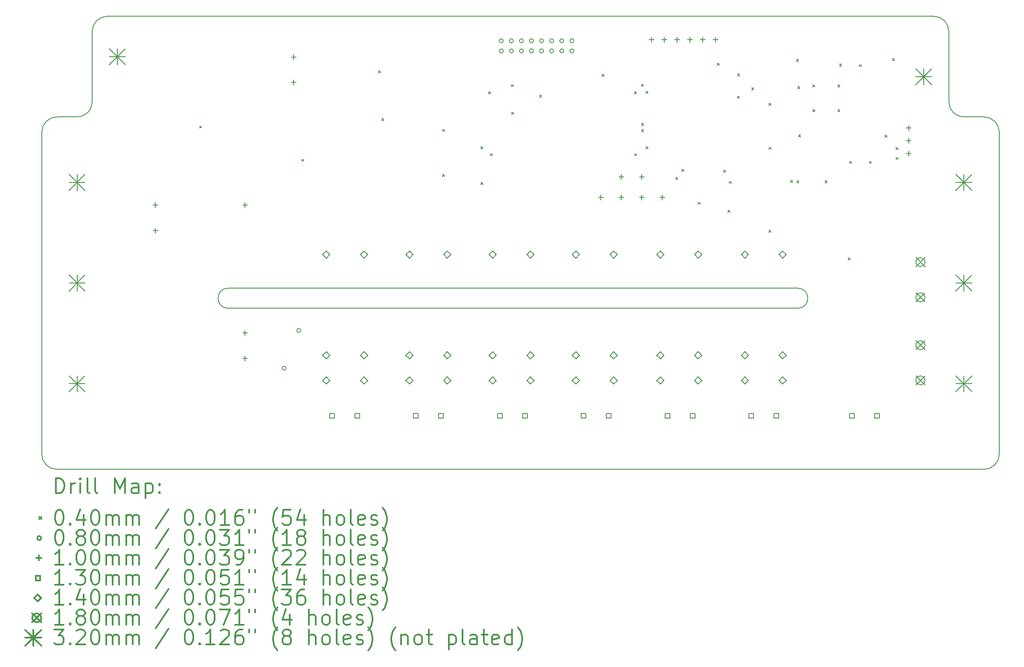
<source format=gbr>
%FSLAX45Y45*%
G04 Gerber Fmt 4.5, Leading zero omitted, Abs format (unit mm)*
G04 Created by KiCad (PCBNEW (6.0.0-rc1-dev-904-g29e0e6921)) date 17/11/2018 01:03:44*
%MOMM*%
%LPD*%
G01*
G04 APERTURE LIST*
%ADD10C,0.200000*%
%ADD11C,0.300000*%
G04 APERTURE END LIST*
D10*
X24300000Y-11900000D02*
G75*
G02X24000000Y-12200000I-300000J0D01*
G01*
X5600000Y-12200000D02*
G75*
G02X5300000Y-11900000I0J300000D01*
G01*
X5300000Y-5500000D02*
G75*
G02X5600000Y-5200000I300000J0D01*
G01*
X6300000Y-4900000D02*
G75*
G02X6000000Y-5200000I-300000J0D01*
G01*
X24000000Y-5200000D02*
G75*
G02X24300000Y-5500000I0J-300000D01*
G01*
X23600000Y-5200000D02*
G75*
G02X23300000Y-4900000I0J300000D01*
G01*
X23000000Y-3200000D02*
G75*
G02X23300000Y-3500000I0J-300000D01*
G01*
X6300000Y-3500000D02*
G75*
G02X6600000Y-3200000I300000J0D01*
G01*
X6600000Y-3200000D02*
X23000000Y-3200000D01*
X23600000Y-5200000D02*
X24000000Y-5200000D01*
X23300000Y-3500000D02*
X23300000Y-4900000D01*
X6000000Y-5200000D02*
X5600000Y-5200000D01*
X6300000Y-3500000D02*
X6300000Y-4900000D01*
X5600000Y-12200000D02*
X24000000Y-12200000D01*
X24300000Y-11900000D02*
X24300000Y-5500000D01*
X9000000Y-9000000D02*
G75*
G02X9000000Y-8600000I0J200000D01*
G01*
X20300000Y-8600000D02*
G75*
G02X20300000Y-9000000I0J-200000D01*
G01*
X20300000Y-8600000D02*
X9000000Y-8600000D01*
X9000000Y-9000000D02*
X20300000Y-9000000D01*
X5300000Y-5500000D02*
X5300000Y-11900000D01*
D10*
X8430000Y-5380000D02*
X8470000Y-5420000D01*
X8470000Y-5380000D02*
X8430000Y-5420000D01*
X10457400Y-6040000D02*
X10497400Y-6080000D01*
X10497400Y-6040000D02*
X10457400Y-6080000D01*
X11980000Y-4280000D02*
X12020000Y-4320000D01*
X12020000Y-4280000D02*
X11980000Y-4320000D01*
X12044900Y-5231601D02*
X12084900Y-5271601D01*
X12084900Y-5231601D02*
X12044900Y-5271601D01*
X13251400Y-5446100D02*
X13291400Y-5486100D01*
X13291400Y-5446100D02*
X13251400Y-5486100D01*
X13251400Y-6338500D02*
X13291400Y-6378500D01*
X13291400Y-6338500D02*
X13251400Y-6378500D01*
X14013400Y-5789000D02*
X14053400Y-5829000D01*
X14053400Y-5789000D02*
X14013400Y-5829000D01*
X14013400Y-6499100D02*
X14053400Y-6539100D01*
X14053400Y-6499100D02*
X14013400Y-6539100D01*
X14165800Y-4696800D02*
X14205800Y-4736800D01*
X14205800Y-4696800D02*
X14165800Y-4736800D01*
X14203055Y-5928700D02*
X14243055Y-5968700D01*
X14243055Y-5928700D02*
X14203055Y-5968700D01*
X14616650Y-4557100D02*
X14656650Y-4597100D01*
X14656650Y-4557100D02*
X14616650Y-4597100D01*
X14623000Y-5103200D02*
X14663000Y-5143200D01*
X14663000Y-5103200D02*
X14623000Y-5143200D01*
X15178749Y-4763351D02*
X15218749Y-4803351D01*
X15218749Y-4763351D02*
X15178749Y-4803351D01*
X16420400Y-4347900D02*
X16460400Y-4387900D01*
X16460400Y-4347900D02*
X16420400Y-4387900D01*
X17061394Y-4696800D02*
X17101394Y-4736800D01*
X17101394Y-4696800D02*
X17061394Y-4736800D01*
X17061400Y-5928699D02*
X17101400Y-5968699D01*
X17101400Y-5928699D02*
X17061400Y-5968699D01*
X17201100Y-4549779D02*
X17241100Y-4589779D01*
X17241100Y-4549779D02*
X17201100Y-4589779D01*
X17201100Y-5325900D02*
X17241100Y-5365900D01*
X17241100Y-5325900D02*
X17201100Y-5365900D01*
X17201101Y-5452900D02*
X17241101Y-5492900D01*
X17241101Y-5452900D02*
X17201101Y-5492900D01*
X17290000Y-4690450D02*
X17330000Y-4730450D01*
X17330000Y-4690450D02*
X17290000Y-4730450D01*
X17290000Y-5792656D02*
X17330000Y-5832656D01*
X17330000Y-5792656D02*
X17290000Y-5832656D01*
X17880000Y-6400000D02*
X17920000Y-6440000D01*
X17920000Y-6400000D02*
X17880000Y-6440000D01*
X18000340Y-6239850D02*
X18040340Y-6279850D01*
X18040340Y-6239850D02*
X18000340Y-6279850D01*
X18000340Y-6239850D02*
X18040340Y-6279850D01*
X18040340Y-6239850D02*
X18000340Y-6279850D01*
X18325050Y-6893900D02*
X18365050Y-6933900D01*
X18365050Y-6893900D02*
X18325050Y-6933900D01*
X18707621Y-4130000D02*
X18747621Y-4170000D01*
X18747621Y-4130000D02*
X18707621Y-4170000D01*
X18830000Y-6255000D02*
X18870000Y-6295000D01*
X18870000Y-6255000D02*
X18830000Y-6295000D01*
X18915600Y-7052650D02*
X18955600Y-7092650D01*
X18955600Y-7052650D02*
X18915600Y-7092650D01*
X18940000Y-6480000D02*
X18980000Y-6520000D01*
X18980000Y-6480000D02*
X18940000Y-6520000D01*
X19106100Y-4341200D02*
X19146100Y-4381200D01*
X19146100Y-4341200D02*
X19106100Y-4381200D01*
X19106100Y-4785700D02*
X19146100Y-4825700D01*
X19146100Y-4785700D02*
X19106100Y-4825700D01*
X19385500Y-4620601D02*
X19425500Y-4660601D01*
X19425500Y-4620601D02*
X19385500Y-4660601D01*
X19728399Y-5801700D02*
X19768399Y-5841700D01*
X19768399Y-5801700D02*
X19728399Y-5841700D01*
X19728400Y-4925400D02*
X19768400Y-4965400D01*
X19768400Y-4925400D02*
X19728400Y-4965400D01*
X19730000Y-7452113D02*
X19770000Y-7492113D01*
X19770000Y-7452113D02*
X19730000Y-7492113D01*
X20160000Y-6460000D02*
X20200000Y-6500000D01*
X20200000Y-6460000D02*
X20160000Y-6500000D01*
X20276266Y-4051941D02*
X20316266Y-4091941D01*
X20316266Y-4051941D02*
X20276266Y-4091941D01*
X20283300Y-6466100D02*
X20323300Y-6506100D01*
X20323300Y-6466100D02*
X20283300Y-6506100D01*
X20299900Y-4595200D02*
X20339900Y-4635200D01*
X20339900Y-4595200D02*
X20299900Y-4635200D01*
X20318200Y-5552000D02*
X20358200Y-5592000D01*
X20358200Y-5552000D02*
X20318200Y-5592000D01*
X20600800Y-4561100D02*
X20640800Y-4601100D01*
X20640800Y-4561100D02*
X20600800Y-4601100D01*
X20600800Y-5056400D02*
X20640800Y-5096400D01*
X20640800Y-5056400D02*
X20600800Y-5096400D01*
X20842100Y-6468450D02*
X20882100Y-6508450D01*
X20882100Y-6468450D02*
X20842100Y-6508450D01*
X21096100Y-4561100D02*
X21136100Y-4601100D01*
X21136100Y-4561100D02*
X21096100Y-4601100D01*
X21096100Y-5056400D02*
X21136100Y-5096400D01*
X21136100Y-5056400D02*
X21096100Y-5096400D01*
X21130000Y-4150000D02*
X21170000Y-4190000D01*
X21170000Y-4150000D02*
X21130000Y-4190000D01*
X21303498Y-7998800D02*
X21343498Y-8038800D01*
X21343498Y-7998800D02*
X21303498Y-8038800D01*
X21328600Y-6081100D02*
X21368600Y-6121100D01*
X21368600Y-6081100D02*
X21328600Y-6121100D01*
X21523535Y-4160482D02*
X21563535Y-4200482D01*
X21563535Y-4160482D02*
X21523535Y-4200482D01*
X21722300Y-6081100D02*
X21762300Y-6121100D01*
X21762300Y-6081100D02*
X21722300Y-6121100D01*
X22030000Y-5564000D02*
X22070000Y-5604000D01*
X22070000Y-5564000D02*
X22030000Y-5604000D01*
X22180000Y-4040000D02*
X22220000Y-4080000D01*
X22220000Y-4040000D02*
X22180000Y-4080000D01*
X22255000Y-5804998D02*
X22295000Y-5844998D01*
X22295000Y-5804998D02*
X22255000Y-5844998D01*
X22255000Y-6005001D02*
X22295000Y-6045001D01*
X22295000Y-6005001D02*
X22255000Y-6045001D01*
X14458200Y-3687300D02*
G75*
G03X14458200Y-3687300I-40000J0D01*
G01*
X14458200Y-3887300D02*
G75*
G03X14458200Y-3887300I-40000J0D01*
G01*
X14658200Y-3687300D02*
G75*
G03X14658200Y-3687300I-40000J0D01*
G01*
X14658200Y-3887300D02*
G75*
G03X14658200Y-3887300I-40000J0D01*
G01*
X14858200Y-3687300D02*
G75*
G03X14858200Y-3687300I-40000J0D01*
G01*
X14858200Y-3887300D02*
G75*
G03X14858200Y-3887300I-40000J0D01*
G01*
X15058200Y-3687300D02*
G75*
G03X15058200Y-3687300I-40000J0D01*
G01*
X15058200Y-3887300D02*
G75*
G03X15058200Y-3887300I-40000J0D01*
G01*
X15258200Y-3687300D02*
G75*
G03X15258200Y-3687300I-40000J0D01*
G01*
X15258200Y-3887300D02*
G75*
G03X15258200Y-3887300I-40000J0D01*
G01*
X15458200Y-3687300D02*
G75*
G03X15458200Y-3687300I-40000J0D01*
G01*
X15458200Y-3887300D02*
G75*
G03X15458200Y-3887300I-40000J0D01*
G01*
X15658200Y-3687300D02*
G75*
G03X15658200Y-3687300I-40000J0D01*
G01*
X15658200Y-3887300D02*
G75*
G03X15658200Y-3887300I-40000J0D01*
G01*
X15858200Y-3687300D02*
G75*
G03X15858200Y-3687300I-40000J0D01*
G01*
X15858200Y-3887300D02*
G75*
G03X15858200Y-3887300I-40000J0D01*
G01*
X10150000Y-10190600D02*
G75*
G03X10150000Y-10190600I-40000J0D01*
G01*
X10440000Y-9440600D02*
G75*
G03X10440000Y-9440600I-40000J0D01*
G01*
X17614800Y-6748500D02*
X17614800Y-6848500D01*
X17564800Y-6798500D02*
X17664800Y-6798500D01*
X17208400Y-6749600D02*
X17208400Y-6849600D01*
X17158400Y-6799600D02*
X17258400Y-6799600D01*
X22500920Y-5366100D02*
X22500920Y-5466100D01*
X22450920Y-5416100D02*
X22550920Y-5416100D01*
X22500920Y-5620100D02*
X22500920Y-5720100D01*
X22450920Y-5670100D02*
X22550920Y-5670100D01*
X22500920Y-5874100D02*
X22500920Y-5974100D01*
X22450920Y-5924100D02*
X22550920Y-5924100D01*
X17398900Y-3612700D02*
X17398900Y-3712700D01*
X17348900Y-3662700D02*
X17448900Y-3662700D01*
X17652900Y-3612700D02*
X17652900Y-3712700D01*
X17602900Y-3662700D02*
X17702900Y-3662700D01*
X17906900Y-3612700D02*
X17906900Y-3712700D01*
X17856900Y-3662700D02*
X17956900Y-3662700D01*
X18160900Y-3612700D02*
X18160900Y-3712700D01*
X18110900Y-3662700D02*
X18210900Y-3662700D01*
X18414900Y-3612700D02*
X18414900Y-3712700D01*
X18364900Y-3662700D02*
X18464900Y-3662700D01*
X18668900Y-3612700D02*
X18668900Y-3712700D01*
X18618900Y-3662700D02*
X18718900Y-3662700D01*
X10299600Y-3963600D02*
X10299600Y-4063600D01*
X10249600Y-4013600D02*
X10349600Y-4013600D01*
X10299600Y-4463600D02*
X10299600Y-4563600D01*
X10249600Y-4513600D02*
X10349600Y-4513600D01*
X17208400Y-6343200D02*
X17208400Y-6443200D01*
X17158400Y-6393200D02*
X17258400Y-6393200D01*
X16395600Y-6749600D02*
X16395600Y-6849600D01*
X16345600Y-6799600D02*
X16445600Y-6799600D01*
X16802000Y-6343200D02*
X16802000Y-6443200D01*
X16752000Y-6393200D02*
X16852000Y-6393200D01*
X16802000Y-6749600D02*
X16802000Y-6849600D01*
X16752000Y-6799600D02*
X16852000Y-6799600D01*
X7556400Y-6902000D02*
X7556400Y-7002000D01*
X7506400Y-6952000D02*
X7606400Y-6952000D01*
X7556400Y-7410000D02*
X7556400Y-7510000D01*
X7506400Y-7460000D02*
X7606400Y-7460000D01*
X9334400Y-6902000D02*
X9334400Y-7002000D01*
X9284400Y-6952000D02*
X9384400Y-6952000D01*
X9334400Y-9442000D02*
X9334400Y-9542000D01*
X9284400Y-9492000D02*
X9384400Y-9492000D01*
X9334400Y-9950000D02*
X9334400Y-10050000D01*
X9284400Y-10000000D02*
X9384400Y-10000000D01*
X17761762Y-11179462D02*
X17761762Y-11087538D01*
X17669838Y-11087538D01*
X17669838Y-11179462D01*
X17761762Y-11179462D01*
X18261762Y-11179462D02*
X18261762Y-11087538D01*
X18169838Y-11087538D01*
X18169838Y-11179462D01*
X18261762Y-11179462D01*
X14434362Y-11179462D02*
X14434362Y-11087538D01*
X14342438Y-11087538D01*
X14342438Y-11179462D01*
X14434362Y-11179462D01*
X14934362Y-11179462D02*
X14934362Y-11087538D01*
X14842438Y-11087538D01*
X14842438Y-11179462D01*
X14934362Y-11179462D01*
X19425462Y-11179462D02*
X19425462Y-11087538D01*
X19333538Y-11087538D01*
X19333538Y-11179462D01*
X19425462Y-11179462D01*
X19925462Y-11179462D02*
X19925462Y-11087538D01*
X19833538Y-11087538D01*
X19833538Y-11179462D01*
X19925462Y-11179462D01*
X16098062Y-11179462D02*
X16098062Y-11087538D01*
X16006138Y-11087538D01*
X16006138Y-11179462D01*
X16098062Y-11179462D01*
X16598062Y-11179462D02*
X16598062Y-11087538D01*
X16506138Y-11087538D01*
X16506138Y-11179462D01*
X16598062Y-11179462D01*
X12770662Y-11179462D02*
X12770662Y-11087538D01*
X12678738Y-11087538D01*
X12678738Y-11179462D01*
X12770662Y-11179462D01*
X13270662Y-11179462D02*
X13270662Y-11087538D01*
X13178738Y-11087538D01*
X13178738Y-11179462D01*
X13270662Y-11179462D01*
X21420262Y-11179462D02*
X21420262Y-11087538D01*
X21328338Y-11087538D01*
X21328338Y-11179462D01*
X21420262Y-11179462D01*
X21920262Y-11179462D02*
X21920262Y-11087538D01*
X21828338Y-11087538D01*
X21828338Y-11179462D01*
X21920262Y-11179462D01*
X11106962Y-11179462D02*
X11106962Y-11087538D01*
X11015038Y-11087538D01*
X11015038Y-11179462D01*
X11106962Y-11179462D01*
X11606962Y-11179462D02*
X11606962Y-11087538D01*
X11515038Y-11087538D01*
X11515038Y-11179462D01*
X11606962Y-11179462D01*
X12597000Y-8005000D02*
X12667000Y-7935000D01*
X12597000Y-7865000D01*
X12527000Y-7935000D01*
X12597000Y-8005000D01*
X12597000Y-10005000D02*
X12667000Y-9935000D01*
X12597000Y-9865000D01*
X12527000Y-9935000D01*
X12597000Y-10005000D01*
X12597000Y-10505000D02*
X12667000Y-10435000D01*
X12597000Y-10365000D01*
X12527000Y-10435000D01*
X12597000Y-10505000D01*
X13347000Y-8005000D02*
X13417000Y-7935000D01*
X13347000Y-7865000D01*
X13277000Y-7935000D01*
X13347000Y-8005000D01*
X13347000Y-10005000D02*
X13417000Y-9935000D01*
X13347000Y-9865000D01*
X13277000Y-9935000D01*
X13347000Y-10005000D01*
X13347000Y-10505000D02*
X13417000Y-10435000D01*
X13347000Y-10365000D01*
X13277000Y-10435000D01*
X13347000Y-10505000D01*
X10946000Y-8005000D02*
X11016000Y-7935000D01*
X10946000Y-7865000D01*
X10876000Y-7935000D01*
X10946000Y-8005000D01*
X10946000Y-10005000D02*
X11016000Y-9935000D01*
X10946000Y-9865000D01*
X10876000Y-9935000D01*
X10946000Y-10005000D01*
X10946000Y-10505000D02*
X11016000Y-10435000D01*
X10946000Y-10365000D01*
X10876000Y-10435000D01*
X10946000Y-10505000D01*
X11696000Y-8005000D02*
X11766000Y-7935000D01*
X11696000Y-7865000D01*
X11626000Y-7935000D01*
X11696000Y-8005000D01*
X11696000Y-10005000D02*
X11766000Y-9935000D01*
X11696000Y-9865000D01*
X11626000Y-9935000D01*
X11696000Y-10005000D01*
X11696000Y-10505000D02*
X11766000Y-10435000D01*
X11696000Y-10365000D01*
X11626000Y-10435000D01*
X11696000Y-10505000D01*
X14248000Y-8005000D02*
X14318000Y-7935000D01*
X14248000Y-7865000D01*
X14178000Y-7935000D01*
X14248000Y-8005000D01*
X14248000Y-10005000D02*
X14318000Y-9935000D01*
X14248000Y-9865000D01*
X14178000Y-9935000D01*
X14248000Y-10005000D01*
X14248000Y-10505000D02*
X14318000Y-10435000D01*
X14248000Y-10365000D01*
X14178000Y-10435000D01*
X14248000Y-10505000D01*
X14998000Y-8005000D02*
X15068000Y-7935000D01*
X14998000Y-7865000D01*
X14928000Y-7935000D01*
X14998000Y-8005000D01*
X14998000Y-10005000D02*
X15068000Y-9935000D01*
X14998000Y-9865000D01*
X14928000Y-9935000D01*
X14998000Y-10005000D01*
X14998000Y-10505000D02*
X15068000Y-10435000D01*
X14998000Y-10365000D01*
X14928000Y-10435000D01*
X14998000Y-10505000D01*
X19252500Y-8005000D02*
X19322500Y-7935000D01*
X19252500Y-7865000D01*
X19182500Y-7935000D01*
X19252500Y-8005000D01*
X19252500Y-10005000D02*
X19322500Y-9935000D01*
X19252500Y-9865000D01*
X19182500Y-9935000D01*
X19252500Y-10005000D01*
X19252500Y-10505000D02*
X19322500Y-10435000D01*
X19252500Y-10365000D01*
X19182500Y-10435000D01*
X19252500Y-10505000D01*
X20002500Y-8005000D02*
X20072500Y-7935000D01*
X20002500Y-7865000D01*
X19932500Y-7935000D01*
X20002500Y-8005000D01*
X20002500Y-10005000D02*
X20072500Y-9935000D01*
X20002500Y-9865000D01*
X19932500Y-9935000D01*
X20002500Y-10005000D01*
X20002500Y-10505000D02*
X20072500Y-10435000D01*
X20002500Y-10365000D01*
X19932500Y-10435000D01*
X20002500Y-10505000D01*
X17575400Y-8005000D02*
X17645400Y-7935000D01*
X17575400Y-7865000D01*
X17505400Y-7935000D01*
X17575400Y-8005000D01*
X17575400Y-10005000D02*
X17645400Y-9935000D01*
X17575400Y-9865000D01*
X17505400Y-9935000D01*
X17575400Y-10005000D01*
X17575400Y-10505000D02*
X17645400Y-10435000D01*
X17575400Y-10365000D01*
X17505400Y-10435000D01*
X17575400Y-10505000D01*
X18325400Y-8005000D02*
X18395400Y-7935000D01*
X18325400Y-7865000D01*
X18255400Y-7935000D01*
X18325400Y-8005000D01*
X18325400Y-10005000D02*
X18395400Y-9935000D01*
X18325400Y-9865000D01*
X18255400Y-9935000D01*
X18325400Y-10005000D01*
X18325400Y-10505000D02*
X18395400Y-10435000D01*
X18325400Y-10365000D01*
X18255400Y-10435000D01*
X18325400Y-10505000D01*
X15899000Y-8005000D02*
X15969000Y-7935000D01*
X15899000Y-7865000D01*
X15829000Y-7935000D01*
X15899000Y-8005000D01*
X15899000Y-10005000D02*
X15969000Y-9935000D01*
X15899000Y-9865000D01*
X15829000Y-9935000D01*
X15899000Y-10005000D01*
X15899000Y-10505000D02*
X15969000Y-10435000D01*
X15899000Y-10365000D01*
X15829000Y-10435000D01*
X15899000Y-10505000D01*
X16649000Y-8005000D02*
X16719000Y-7935000D01*
X16649000Y-7865000D01*
X16579000Y-7935000D01*
X16649000Y-8005000D01*
X16649000Y-10005000D02*
X16719000Y-9935000D01*
X16649000Y-9865000D01*
X16579000Y-9935000D01*
X16649000Y-10005000D01*
X16649000Y-10505000D02*
X16719000Y-10435000D01*
X16649000Y-10365000D01*
X16579000Y-10435000D01*
X16649000Y-10505000D01*
X22645440Y-7992720D02*
X22825440Y-8172720D01*
X22825440Y-7992720D02*
X22645440Y-8172720D01*
X22825440Y-8082720D02*
G75*
G03X22825440Y-8082720I-90000J0D01*
G01*
X22645440Y-8692720D02*
X22825440Y-8872720D01*
X22825440Y-8692720D02*
X22645440Y-8872720D01*
X22825440Y-8782720D02*
G75*
G03X22825440Y-8782720I-90000J0D01*
G01*
X22645440Y-9642720D02*
X22825440Y-9822720D01*
X22825440Y-9642720D02*
X22645440Y-9822720D01*
X22825440Y-9732720D02*
G75*
G03X22825440Y-9732720I-90000J0D01*
G01*
X22645440Y-10342720D02*
X22825440Y-10522720D01*
X22825440Y-10342720D02*
X22645440Y-10522720D01*
X22825440Y-10432720D02*
G75*
G03X22825440Y-10432720I-90000J0D01*
G01*
X5840000Y-10340000D02*
X6160000Y-10660000D01*
X6160000Y-10340000D02*
X5840000Y-10660000D01*
X6000000Y-10340000D02*
X6000000Y-10660000D01*
X5840000Y-10500000D02*
X6160000Y-10500000D01*
X23440000Y-8340000D02*
X23760000Y-8660000D01*
X23760000Y-8340000D02*
X23440000Y-8660000D01*
X23600000Y-8340000D02*
X23600000Y-8660000D01*
X23440000Y-8500000D02*
X23760000Y-8500000D01*
X22640000Y-4240000D02*
X22960000Y-4560000D01*
X22960000Y-4240000D02*
X22640000Y-4560000D01*
X22800000Y-4240000D02*
X22800000Y-4560000D01*
X22640000Y-4400000D02*
X22960000Y-4400000D01*
X6640000Y-3840000D02*
X6960000Y-4160000D01*
X6960000Y-3840000D02*
X6640000Y-4160000D01*
X6800000Y-3840000D02*
X6800000Y-4160000D01*
X6640000Y-4000000D02*
X6960000Y-4000000D01*
X5840000Y-8340000D02*
X6160000Y-8660000D01*
X6160000Y-8340000D02*
X5840000Y-8660000D01*
X6000000Y-8340000D02*
X6000000Y-8660000D01*
X5840000Y-8500000D02*
X6160000Y-8500000D01*
X5840000Y-6340000D02*
X6160000Y-6660000D01*
X6160000Y-6340000D02*
X5840000Y-6660000D01*
X6000000Y-6340000D02*
X6000000Y-6660000D01*
X5840000Y-6500000D02*
X6160000Y-6500000D01*
X23440000Y-6340000D02*
X23760000Y-6660000D01*
X23760000Y-6340000D02*
X23440000Y-6660000D01*
X23600000Y-6340000D02*
X23600000Y-6660000D01*
X23440000Y-6500000D02*
X23760000Y-6500000D01*
X23440000Y-10340000D02*
X23760000Y-10660000D01*
X23760000Y-10340000D02*
X23440000Y-10660000D01*
X23600000Y-10340000D02*
X23600000Y-10660000D01*
X23440000Y-10500000D02*
X23760000Y-10500000D01*
D11*
X5576428Y-12675714D02*
X5576428Y-12375714D01*
X5647857Y-12375714D01*
X5690714Y-12390000D01*
X5719286Y-12418571D01*
X5733571Y-12447143D01*
X5747857Y-12504286D01*
X5747857Y-12547143D01*
X5733571Y-12604286D01*
X5719286Y-12632857D01*
X5690714Y-12661429D01*
X5647857Y-12675714D01*
X5576428Y-12675714D01*
X5876428Y-12675714D02*
X5876428Y-12475714D01*
X5876428Y-12532857D02*
X5890714Y-12504286D01*
X5905000Y-12490000D01*
X5933571Y-12475714D01*
X5962143Y-12475714D01*
X6062143Y-12675714D02*
X6062143Y-12475714D01*
X6062143Y-12375714D02*
X6047857Y-12390000D01*
X6062143Y-12404286D01*
X6076428Y-12390000D01*
X6062143Y-12375714D01*
X6062143Y-12404286D01*
X6247857Y-12675714D02*
X6219286Y-12661429D01*
X6205000Y-12632857D01*
X6205000Y-12375714D01*
X6405000Y-12675714D02*
X6376428Y-12661429D01*
X6362143Y-12632857D01*
X6362143Y-12375714D01*
X6747857Y-12675714D02*
X6747857Y-12375714D01*
X6847857Y-12590000D01*
X6947857Y-12375714D01*
X6947857Y-12675714D01*
X7219286Y-12675714D02*
X7219286Y-12518571D01*
X7205000Y-12490000D01*
X7176428Y-12475714D01*
X7119286Y-12475714D01*
X7090714Y-12490000D01*
X7219286Y-12661429D02*
X7190714Y-12675714D01*
X7119286Y-12675714D01*
X7090714Y-12661429D01*
X7076428Y-12632857D01*
X7076428Y-12604286D01*
X7090714Y-12575714D01*
X7119286Y-12561429D01*
X7190714Y-12561429D01*
X7219286Y-12547143D01*
X7362143Y-12475714D02*
X7362143Y-12775714D01*
X7362143Y-12490000D02*
X7390714Y-12475714D01*
X7447857Y-12475714D01*
X7476428Y-12490000D01*
X7490714Y-12504286D01*
X7505000Y-12532857D01*
X7505000Y-12618571D01*
X7490714Y-12647143D01*
X7476428Y-12661429D01*
X7447857Y-12675714D01*
X7390714Y-12675714D01*
X7362143Y-12661429D01*
X7633571Y-12647143D02*
X7647857Y-12661429D01*
X7633571Y-12675714D01*
X7619286Y-12661429D01*
X7633571Y-12647143D01*
X7633571Y-12675714D01*
X7633571Y-12490000D02*
X7647857Y-12504286D01*
X7633571Y-12518571D01*
X7619286Y-12504286D01*
X7633571Y-12490000D01*
X7633571Y-12518571D01*
X5250000Y-13150000D02*
X5290000Y-13190000D01*
X5290000Y-13150000D02*
X5250000Y-13190000D01*
X5633571Y-13005714D02*
X5662143Y-13005714D01*
X5690714Y-13020000D01*
X5705000Y-13034286D01*
X5719286Y-13062857D01*
X5733571Y-13120000D01*
X5733571Y-13191429D01*
X5719286Y-13248571D01*
X5705000Y-13277143D01*
X5690714Y-13291429D01*
X5662143Y-13305714D01*
X5633571Y-13305714D01*
X5605000Y-13291429D01*
X5590714Y-13277143D01*
X5576428Y-13248571D01*
X5562143Y-13191429D01*
X5562143Y-13120000D01*
X5576428Y-13062857D01*
X5590714Y-13034286D01*
X5605000Y-13020000D01*
X5633571Y-13005714D01*
X5862143Y-13277143D02*
X5876428Y-13291429D01*
X5862143Y-13305714D01*
X5847857Y-13291429D01*
X5862143Y-13277143D01*
X5862143Y-13305714D01*
X6133571Y-13105714D02*
X6133571Y-13305714D01*
X6062143Y-12991429D02*
X5990714Y-13205714D01*
X6176428Y-13205714D01*
X6347857Y-13005714D02*
X6376428Y-13005714D01*
X6405000Y-13020000D01*
X6419286Y-13034286D01*
X6433571Y-13062857D01*
X6447857Y-13120000D01*
X6447857Y-13191429D01*
X6433571Y-13248571D01*
X6419286Y-13277143D01*
X6405000Y-13291429D01*
X6376428Y-13305714D01*
X6347857Y-13305714D01*
X6319286Y-13291429D01*
X6305000Y-13277143D01*
X6290714Y-13248571D01*
X6276428Y-13191429D01*
X6276428Y-13120000D01*
X6290714Y-13062857D01*
X6305000Y-13034286D01*
X6319286Y-13020000D01*
X6347857Y-13005714D01*
X6576428Y-13305714D02*
X6576428Y-13105714D01*
X6576428Y-13134286D02*
X6590714Y-13120000D01*
X6619286Y-13105714D01*
X6662143Y-13105714D01*
X6690714Y-13120000D01*
X6705000Y-13148571D01*
X6705000Y-13305714D01*
X6705000Y-13148571D02*
X6719286Y-13120000D01*
X6747857Y-13105714D01*
X6790714Y-13105714D01*
X6819286Y-13120000D01*
X6833571Y-13148571D01*
X6833571Y-13305714D01*
X6976428Y-13305714D02*
X6976428Y-13105714D01*
X6976428Y-13134286D02*
X6990714Y-13120000D01*
X7019286Y-13105714D01*
X7062143Y-13105714D01*
X7090714Y-13120000D01*
X7105000Y-13148571D01*
X7105000Y-13305714D01*
X7105000Y-13148571D02*
X7119286Y-13120000D01*
X7147857Y-13105714D01*
X7190714Y-13105714D01*
X7219286Y-13120000D01*
X7233571Y-13148571D01*
X7233571Y-13305714D01*
X7819286Y-12991429D02*
X7562143Y-13377143D01*
X8205000Y-13005714D02*
X8233571Y-13005714D01*
X8262143Y-13020000D01*
X8276428Y-13034286D01*
X8290714Y-13062857D01*
X8305000Y-13120000D01*
X8305000Y-13191429D01*
X8290714Y-13248571D01*
X8276428Y-13277143D01*
X8262143Y-13291429D01*
X8233571Y-13305714D01*
X8205000Y-13305714D01*
X8176428Y-13291429D01*
X8162143Y-13277143D01*
X8147857Y-13248571D01*
X8133571Y-13191429D01*
X8133571Y-13120000D01*
X8147857Y-13062857D01*
X8162143Y-13034286D01*
X8176428Y-13020000D01*
X8205000Y-13005714D01*
X8433571Y-13277143D02*
X8447857Y-13291429D01*
X8433571Y-13305714D01*
X8419286Y-13291429D01*
X8433571Y-13277143D01*
X8433571Y-13305714D01*
X8633571Y-13005714D02*
X8662143Y-13005714D01*
X8690714Y-13020000D01*
X8705000Y-13034286D01*
X8719286Y-13062857D01*
X8733571Y-13120000D01*
X8733571Y-13191429D01*
X8719286Y-13248571D01*
X8705000Y-13277143D01*
X8690714Y-13291429D01*
X8662143Y-13305714D01*
X8633571Y-13305714D01*
X8605000Y-13291429D01*
X8590714Y-13277143D01*
X8576428Y-13248571D01*
X8562143Y-13191429D01*
X8562143Y-13120000D01*
X8576428Y-13062857D01*
X8590714Y-13034286D01*
X8605000Y-13020000D01*
X8633571Y-13005714D01*
X9019286Y-13305714D02*
X8847857Y-13305714D01*
X8933571Y-13305714D02*
X8933571Y-13005714D01*
X8905000Y-13048571D01*
X8876428Y-13077143D01*
X8847857Y-13091429D01*
X9276428Y-13005714D02*
X9219286Y-13005714D01*
X9190714Y-13020000D01*
X9176428Y-13034286D01*
X9147857Y-13077143D01*
X9133571Y-13134286D01*
X9133571Y-13248571D01*
X9147857Y-13277143D01*
X9162143Y-13291429D01*
X9190714Y-13305714D01*
X9247857Y-13305714D01*
X9276428Y-13291429D01*
X9290714Y-13277143D01*
X9305000Y-13248571D01*
X9305000Y-13177143D01*
X9290714Y-13148571D01*
X9276428Y-13134286D01*
X9247857Y-13120000D01*
X9190714Y-13120000D01*
X9162143Y-13134286D01*
X9147857Y-13148571D01*
X9133571Y-13177143D01*
X9419286Y-13005714D02*
X9419286Y-13062857D01*
X9533571Y-13005714D02*
X9533571Y-13062857D01*
X9976428Y-13420000D02*
X9962143Y-13405714D01*
X9933571Y-13362857D01*
X9919286Y-13334286D01*
X9905000Y-13291429D01*
X9890714Y-13220000D01*
X9890714Y-13162857D01*
X9905000Y-13091429D01*
X9919286Y-13048571D01*
X9933571Y-13020000D01*
X9962143Y-12977143D01*
X9976428Y-12962857D01*
X10233571Y-13005714D02*
X10090714Y-13005714D01*
X10076428Y-13148571D01*
X10090714Y-13134286D01*
X10119286Y-13120000D01*
X10190714Y-13120000D01*
X10219286Y-13134286D01*
X10233571Y-13148571D01*
X10247857Y-13177143D01*
X10247857Y-13248571D01*
X10233571Y-13277143D01*
X10219286Y-13291429D01*
X10190714Y-13305714D01*
X10119286Y-13305714D01*
X10090714Y-13291429D01*
X10076428Y-13277143D01*
X10505000Y-13105714D02*
X10505000Y-13305714D01*
X10433571Y-12991429D02*
X10362143Y-13205714D01*
X10547857Y-13205714D01*
X10890714Y-13305714D02*
X10890714Y-13005714D01*
X11019286Y-13305714D02*
X11019286Y-13148571D01*
X11005000Y-13120000D01*
X10976428Y-13105714D01*
X10933571Y-13105714D01*
X10905000Y-13120000D01*
X10890714Y-13134286D01*
X11205000Y-13305714D02*
X11176428Y-13291429D01*
X11162143Y-13277143D01*
X11147857Y-13248571D01*
X11147857Y-13162857D01*
X11162143Y-13134286D01*
X11176428Y-13120000D01*
X11205000Y-13105714D01*
X11247857Y-13105714D01*
X11276428Y-13120000D01*
X11290714Y-13134286D01*
X11305000Y-13162857D01*
X11305000Y-13248571D01*
X11290714Y-13277143D01*
X11276428Y-13291429D01*
X11247857Y-13305714D01*
X11205000Y-13305714D01*
X11476428Y-13305714D02*
X11447857Y-13291429D01*
X11433571Y-13262857D01*
X11433571Y-13005714D01*
X11705000Y-13291429D02*
X11676428Y-13305714D01*
X11619286Y-13305714D01*
X11590714Y-13291429D01*
X11576428Y-13262857D01*
X11576428Y-13148571D01*
X11590714Y-13120000D01*
X11619286Y-13105714D01*
X11676428Y-13105714D01*
X11705000Y-13120000D01*
X11719286Y-13148571D01*
X11719286Y-13177143D01*
X11576428Y-13205714D01*
X11833571Y-13291429D02*
X11862143Y-13305714D01*
X11919286Y-13305714D01*
X11947857Y-13291429D01*
X11962143Y-13262857D01*
X11962143Y-13248571D01*
X11947857Y-13220000D01*
X11919286Y-13205714D01*
X11876428Y-13205714D01*
X11847857Y-13191429D01*
X11833571Y-13162857D01*
X11833571Y-13148571D01*
X11847857Y-13120000D01*
X11876428Y-13105714D01*
X11919286Y-13105714D01*
X11947857Y-13120000D01*
X12062143Y-13420000D02*
X12076428Y-13405714D01*
X12105000Y-13362857D01*
X12119286Y-13334286D01*
X12133571Y-13291429D01*
X12147857Y-13220000D01*
X12147857Y-13162857D01*
X12133571Y-13091429D01*
X12119286Y-13048571D01*
X12105000Y-13020000D01*
X12076428Y-12977143D01*
X12062143Y-12962857D01*
X5290000Y-13566000D02*
G75*
G03X5290000Y-13566000I-40000J0D01*
G01*
X5633571Y-13401714D02*
X5662143Y-13401714D01*
X5690714Y-13416000D01*
X5705000Y-13430286D01*
X5719286Y-13458857D01*
X5733571Y-13516000D01*
X5733571Y-13587429D01*
X5719286Y-13644571D01*
X5705000Y-13673143D01*
X5690714Y-13687429D01*
X5662143Y-13701714D01*
X5633571Y-13701714D01*
X5605000Y-13687429D01*
X5590714Y-13673143D01*
X5576428Y-13644571D01*
X5562143Y-13587429D01*
X5562143Y-13516000D01*
X5576428Y-13458857D01*
X5590714Y-13430286D01*
X5605000Y-13416000D01*
X5633571Y-13401714D01*
X5862143Y-13673143D02*
X5876428Y-13687429D01*
X5862143Y-13701714D01*
X5847857Y-13687429D01*
X5862143Y-13673143D01*
X5862143Y-13701714D01*
X6047857Y-13530286D02*
X6019286Y-13516000D01*
X6005000Y-13501714D01*
X5990714Y-13473143D01*
X5990714Y-13458857D01*
X6005000Y-13430286D01*
X6019286Y-13416000D01*
X6047857Y-13401714D01*
X6105000Y-13401714D01*
X6133571Y-13416000D01*
X6147857Y-13430286D01*
X6162143Y-13458857D01*
X6162143Y-13473143D01*
X6147857Y-13501714D01*
X6133571Y-13516000D01*
X6105000Y-13530286D01*
X6047857Y-13530286D01*
X6019286Y-13544571D01*
X6005000Y-13558857D01*
X5990714Y-13587429D01*
X5990714Y-13644571D01*
X6005000Y-13673143D01*
X6019286Y-13687429D01*
X6047857Y-13701714D01*
X6105000Y-13701714D01*
X6133571Y-13687429D01*
X6147857Y-13673143D01*
X6162143Y-13644571D01*
X6162143Y-13587429D01*
X6147857Y-13558857D01*
X6133571Y-13544571D01*
X6105000Y-13530286D01*
X6347857Y-13401714D02*
X6376428Y-13401714D01*
X6405000Y-13416000D01*
X6419286Y-13430286D01*
X6433571Y-13458857D01*
X6447857Y-13516000D01*
X6447857Y-13587429D01*
X6433571Y-13644571D01*
X6419286Y-13673143D01*
X6405000Y-13687429D01*
X6376428Y-13701714D01*
X6347857Y-13701714D01*
X6319286Y-13687429D01*
X6305000Y-13673143D01*
X6290714Y-13644571D01*
X6276428Y-13587429D01*
X6276428Y-13516000D01*
X6290714Y-13458857D01*
X6305000Y-13430286D01*
X6319286Y-13416000D01*
X6347857Y-13401714D01*
X6576428Y-13701714D02*
X6576428Y-13501714D01*
X6576428Y-13530286D02*
X6590714Y-13516000D01*
X6619286Y-13501714D01*
X6662143Y-13501714D01*
X6690714Y-13516000D01*
X6705000Y-13544571D01*
X6705000Y-13701714D01*
X6705000Y-13544571D02*
X6719286Y-13516000D01*
X6747857Y-13501714D01*
X6790714Y-13501714D01*
X6819286Y-13516000D01*
X6833571Y-13544571D01*
X6833571Y-13701714D01*
X6976428Y-13701714D02*
X6976428Y-13501714D01*
X6976428Y-13530286D02*
X6990714Y-13516000D01*
X7019286Y-13501714D01*
X7062143Y-13501714D01*
X7090714Y-13516000D01*
X7105000Y-13544571D01*
X7105000Y-13701714D01*
X7105000Y-13544571D02*
X7119286Y-13516000D01*
X7147857Y-13501714D01*
X7190714Y-13501714D01*
X7219286Y-13516000D01*
X7233571Y-13544571D01*
X7233571Y-13701714D01*
X7819286Y-13387429D02*
X7562143Y-13773143D01*
X8205000Y-13401714D02*
X8233571Y-13401714D01*
X8262143Y-13416000D01*
X8276428Y-13430286D01*
X8290714Y-13458857D01*
X8305000Y-13516000D01*
X8305000Y-13587429D01*
X8290714Y-13644571D01*
X8276428Y-13673143D01*
X8262143Y-13687429D01*
X8233571Y-13701714D01*
X8205000Y-13701714D01*
X8176428Y-13687429D01*
X8162143Y-13673143D01*
X8147857Y-13644571D01*
X8133571Y-13587429D01*
X8133571Y-13516000D01*
X8147857Y-13458857D01*
X8162143Y-13430286D01*
X8176428Y-13416000D01*
X8205000Y-13401714D01*
X8433571Y-13673143D02*
X8447857Y-13687429D01*
X8433571Y-13701714D01*
X8419286Y-13687429D01*
X8433571Y-13673143D01*
X8433571Y-13701714D01*
X8633571Y-13401714D02*
X8662143Y-13401714D01*
X8690714Y-13416000D01*
X8705000Y-13430286D01*
X8719286Y-13458857D01*
X8733571Y-13516000D01*
X8733571Y-13587429D01*
X8719286Y-13644571D01*
X8705000Y-13673143D01*
X8690714Y-13687429D01*
X8662143Y-13701714D01*
X8633571Y-13701714D01*
X8605000Y-13687429D01*
X8590714Y-13673143D01*
X8576428Y-13644571D01*
X8562143Y-13587429D01*
X8562143Y-13516000D01*
X8576428Y-13458857D01*
X8590714Y-13430286D01*
X8605000Y-13416000D01*
X8633571Y-13401714D01*
X8833571Y-13401714D02*
X9019286Y-13401714D01*
X8919286Y-13516000D01*
X8962143Y-13516000D01*
X8990714Y-13530286D01*
X9005000Y-13544571D01*
X9019286Y-13573143D01*
X9019286Y-13644571D01*
X9005000Y-13673143D01*
X8990714Y-13687429D01*
X8962143Y-13701714D01*
X8876428Y-13701714D01*
X8847857Y-13687429D01*
X8833571Y-13673143D01*
X9305000Y-13701714D02*
X9133571Y-13701714D01*
X9219286Y-13701714D02*
X9219286Y-13401714D01*
X9190714Y-13444571D01*
X9162143Y-13473143D01*
X9133571Y-13487429D01*
X9419286Y-13401714D02*
X9419286Y-13458857D01*
X9533571Y-13401714D02*
X9533571Y-13458857D01*
X9976428Y-13816000D02*
X9962143Y-13801714D01*
X9933571Y-13758857D01*
X9919286Y-13730286D01*
X9905000Y-13687429D01*
X9890714Y-13616000D01*
X9890714Y-13558857D01*
X9905000Y-13487429D01*
X9919286Y-13444571D01*
X9933571Y-13416000D01*
X9962143Y-13373143D01*
X9976428Y-13358857D01*
X10247857Y-13701714D02*
X10076428Y-13701714D01*
X10162143Y-13701714D02*
X10162143Y-13401714D01*
X10133571Y-13444571D01*
X10105000Y-13473143D01*
X10076428Y-13487429D01*
X10419286Y-13530286D02*
X10390714Y-13516000D01*
X10376428Y-13501714D01*
X10362143Y-13473143D01*
X10362143Y-13458857D01*
X10376428Y-13430286D01*
X10390714Y-13416000D01*
X10419286Y-13401714D01*
X10476428Y-13401714D01*
X10505000Y-13416000D01*
X10519286Y-13430286D01*
X10533571Y-13458857D01*
X10533571Y-13473143D01*
X10519286Y-13501714D01*
X10505000Y-13516000D01*
X10476428Y-13530286D01*
X10419286Y-13530286D01*
X10390714Y-13544571D01*
X10376428Y-13558857D01*
X10362143Y-13587429D01*
X10362143Y-13644571D01*
X10376428Y-13673143D01*
X10390714Y-13687429D01*
X10419286Y-13701714D01*
X10476428Y-13701714D01*
X10505000Y-13687429D01*
X10519286Y-13673143D01*
X10533571Y-13644571D01*
X10533571Y-13587429D01*
X10519286Y-13558857D01*
X10505000Y-13544571D01*
X10476428Y-13530286D01*
X10890714Y-13701714D02*
X10890714Y-13401714D01*
X11019286Y-13701714D02*
X11019286Y-13544571D01*
X11005000Y-13516000D01*
X10976428Y-13501714D01*
X10933571Y-13501714D01*
X10905000Y-13516000D01*
X10890714Y-13530286D01*
X11205000Y-13701714D02*
X11176428Y-13687429D01*
X11162143Y-13673143D01*
X11147857Y-13644571D01*
X11147857Y-13558857D01*
X11162143Y-13530286D01*
X11176428Y-13516000D01*
X11205000Y-13501714D01*
X11247857Y-13501714D01*
X11276428Y-13516000D01*
X11290714Y-13530286D01*
X11305000Y-13558857D01*
X11305000Y-13644571D01*
X11290714Y-13673143D01*
X11276428Y-13687429D01*
X11247857Y-13701714D01*
X11205000Y-13701714D01*
X11476428Y-13701714D02*
X11447857Y-13687429D01*
X11433571Y-13658857D01*
X11433571Y-13401714D01*
X11705000Y-13687429D02*
X11676428Y-13701714D01*
X11619286Y-13701714D01*
X11590714Y-13687429D01*
X11576428Y-13658857D01*
X11576428Y-13544571D01*
X11590714Y-13516000D01*
X11619286Y-13501714D01*
X11676428Y-13501714D01*
X11705000Y-13516000D01*
X11719286Y-13544571D01*
X11719286Y-13573143D01*
X11576428Y-13601714D01*
X11833571Y-13687429D02*
X11862143Y-13701714D01*
X11919286Y-13701714D01*
X11947857Y-13687429D01*
X11962143Y-13658857D01*
X11962143Y-13644571D01*
X11947857Y-13616000D01*
X11919286Y-13601714D01*
X11876428Y-13601714D01*
X11847857Y-13587429D01*
X11833571Y-13558857D01*
X11833571Y-13544571D01*
X11847857Y-13516000D01*
X11876428Y-13501714D01*
X11919286Y-13501714D01*
X11947857Y-13516000D01*
X12062143Y-13816000D02*
X12076428Y-13801714D01*
X12105000Y-13758857D01*
X12119286Y-13730286D01*
X12133571Y-13687429D01*
X12147857Y-13616000D01*
X12147857Y-13558857D01*
X12133571Y-13487429D01*
X12119286Y-13444571D01*
X12105000Y-13416000D01*
X12076428Y-13373143D01*
X12062143Y-13358857D01*
X5240000Y-13912000D02*
X5240000Y-14012000D01*
X5190000Y-13962000D02*
X5290000Y-13962000D01*
X5733571Y-14097714D02*
X5562143Y-14097714D01*
X5647857Y-14097714D02*
X5647857Y-13797714D01*
X5619286Y-13840571D01*
X5590714Y-13869143D01*
X5562143Y-13883429D01*
X5862143Y-14069143D02*
X5876428Y-14083429D01*
X5862143Y-14097714D01*
X5847857Y-14083429D01*
X5862143Y-14069143D01*
X5862143Y-14097714D01*
X6062143Y-13797714D02*
X6090714Y-13797714D01*
X6119286Y-13812000D01*
X6133571Y-13826286D01*
X6147857Y-13854857D01*
X6162143Y-13912000D01*
X6162143Y-13983429D01*
X6147857Y-14040571D01*
X6133571Y-14069143D01*
X6119286Y-14083429D01*
X6090714Y-14097714D01*
X6062143Y-14097714D01*
X6033571Y-14083429D01*
X6019286Y-14069143D01*
X6005000Y-14040571D01*
X5990714Y-13983429D01*
X5990714Y-13912000D01*
X6005000Y-13854857D01*
X6019286Y-13826286D01*
X6033571Y-13812000D01*
X6062143Y-13797714D01*
X6347857Y-13797714D02*
X6376428Y-13797714D01*
X6405000Y-13812000D01*
X6419286Y-13826286D01*
X6433571Y-13854857D01*
X6447857Y-13912000D01*
X6447857Y-13983429D01*
X6433571Y-14040571D01*
X6419286Y-14069143D01*
X6405000Y-14083429D01*
X6376428Y-14097714D01*
X6347857Y-14097714D01*
X6319286Y-14083429D01*
X6305000Y-14069143D01*
X6290714Y-14040571D01*
X6276428Y-13983429D01*
X6276428Y-13912000D01*
X6290714Y-13854857D01*
X6305000Y-13826286D01*
X6319286Y-13812000D01*
X6347857Y-13797714D01*
X6576428Y-14097714D02*
X6576428Y-13897714D01*
X6576428Y-13926286D02*
X6590714Y-13912000D01*
X6619286Y-13897714D01*
X6662143Y-13897714D01*
X6690714Y-13912000D01*
X6705000Y-13940571D01*
X6705000Y-14097714D01*
X6705000Y-13940571D02*
X6719286Y-13912000D01*
X6747857Y-13897714D01*
X6790714Y-13897714D01*
X6819286Y-13912000D01*
X6833571Y-13940571D01*
X6833571Y-14097714D01*
X6976428Y-14097714D02*
X6976428Y-13897714D01*
X6976428Y-13926286D02*
X6990714Y-13912000D01*
X7019286Y-13897714D01*
X7062143Y-13897714D01*
X7090714Y-13912000D01*
X7105000Y-13940571D01*
X7105000Y-14097714D01*
X7105000Y-13940571D02*
X7119286Y-13912000D01*
X7147857Y-13897714D01*
X7190714Y-13897714D01*
X7219286Y-13912000D01*
X7233571Y-13940571D01*
X7233571Y-14097714D01*
X7819286Y-13783429D02*
X7562143Y-14169143D01*
X8205000Y-13797714D02*
X8233571Y-13797714D01*
X8262143Y-13812000D01*
X8276428Y-13826286D01*
X8290714Y-13854857D01*
X8305000Y-13912000D01*
X8305000Y-13983429D01*
X8290714Y-14040571D01*
X8276428Y-14069143D01*
X8262143Y-14083429D01*
X8233571Y-14097714D01*
X8205000Y-14097714D01*
X8176428Y-14083429D01*
X8162143Y-14069143D01*
X8147857Y-14040571D01*
X8133571Y-13983429D01*
X8133571Y-13912000D01*
X8147857Y-13854857D01*
X8162143Y-13826286D01*
X8176428Y-13812000D01*
X8205000Y-13797714D01*
X8433571Y-14069143D02*
X8447857Y-14083429D01*
X8433571Y-14097714D01*
X8419286Y-14083429D01*
X8433571Y-14069143D01*
X8433571Y-14097714D01*
X8633571Y-13797714D02*
X8662143Y-13797714D01*
X8690714Y-13812000D01*
X8705000Y-13826286D01*
X8719286Y-13854857D01*
X8733571Y-13912000D01*
X8733571Y-13983429D01*
X8719286Y-14040571D01*
X8705000Y-14069143D01*
X8690714Y-14083429D01*
X8662143Y-14097714D01*
X8633571Y-14097714D01*
X8605000Y-14083429D01*
X8590714Y-14069143D01*
X8576428Y-14040571D01*
X8562143Y-13983429D01*
X8562143Y-13912000D01*
X8576428Y-13854857D01*
X8590714Y-13826286D01*
X8605000Y-13812000D01*
X8633571Y-13797714D01*
X8833571Y-13797714D02*
X9019286Y-13797714D01*
X8919286Y-13912000D01*
X8962143Y-13912000D01*
X8990714Y-13926286D01*
X9005000Y-13940571D01*
X9019286Y-13969143D01*
X9019286Y-14040571D01*
X9005000Y-14069143D01*
X8990714Y-14083429D01*
X8962143Y-14097714D01*
X8876428Y-14097714D01*
X8847857Y-14083429D01*
X8833571Y-14069143D01*
X9162143Y-14097714D02*
X9219286Y-14097714D01*
X9247857Y-14083429D01*
X9262143Y-14069143D01*
X9290714Y-14026286D01*
X9305000Y-13969143D01*
X9305000Y-13854857D01*
X9290714Y-13826286D01*
X9276428Y-13812000D01*
X9247857Y-13797714D01*
X9190714Y-13797714D01*
X9162143Y-13812000D01*
X9147857Y-13826286D01*
X9133571Y-13854857D01*
X9133571Y-13926286D01*
X9147857Y-13954857D01*
X9162143Y-13969143D01*
X9190714Y-13983429D01*
X9247857Y-13983429D01*
X9276428Y-13969143D01*
X9290714Y-13954857D01*
X9305000Y-13926286D01*
X9419286Y-13797714D02*
X9419286Y-13854857D01*
X9533571Y-13797714D02*
X9533571Y-13854857D01*
X9976428Y-14212000D02*
X9962143Y-14197714D01*
X9933571Y-14154857D01*
X9919286Y-14126286D01*
X9905000Y-14083429D01*
X9890714Y-14012000D01*
X9890714Y-13954857D01*
X9905000Y-13883429D01*
X9919286Y-13840571D01*
X9933571Y-13812000D01*
X9962143Y-13769143D01*
X9976428Y-13754857D01*
X10076428Y-13826286D02*
X10090714Y-13812000D01*
X10119286Y-13797714D01*
X10190714Y-13797714D01*
X10219286Y-13812000D01*
X10233571Y-13826286D01*
X10247857Y-13854857D01*
X10247857Y-13883429D01*
X10233571Y-13926286D01*
X10062143Y-14097714D01*
X10247857Y-14097714D01*
X10362143Y-13826286D02*
X10376428Y-13812000D01*
X10405000Y-13797714D01*
X10476428Y-13797714D01*
X10505000Y-13812000D01*
X10519286Y-13826286D01*
X10533571Y-13854857D01*
X10533571Y-13883429D01*
X10519286Y-13926286D01*
X10347857Y-14097714D01*
X10533571Y-14097714D01*
X10890714Y-14097714D02*
X10890714Y-13797714D01*
X11019286Y-14097714D02*
X11019286Y-13940571D01*
X11005000Y-13912000D01*
X10976428Y-13897714D01*
X10933571Y-13897714D01*
X10905000Y-13912000D01*
X10890714Y-13926286D01*
X11205000Y-14097714D02*
X11176428Y-14083429D01*
X11162143Y-14069143D01*
X11147857Y-14040571D01*
X11147857Y-13954857D01*
X11162143Y-13926286D01*
X11176428Y-13912000D01*
X11205000Y-13897714D01*
X11247857Y-13897714D01*
X11276428Y-13912000D01*
X11290714Y-13926286D01*
X11305000Y-13954857D01*
X11305000Y-14040571D01*
X11290714Y-14069143D01*
X11276428Y-14083429D01*
X11247857Y-14097714D01*
X11205000Y-14097714D01*
X11476428Y-14097714D02*
X11447857Y-14083429D01*
X11433571Y-14054857D01*
X11433571Y-13797714D01*
X11705000Y-14083429D02*
X11676428Y-14097714D01*
X11619286Y-14097714D01*
X11590714Y-14083429D01*
X11576428Y-14054857D01*
X11576428Y-13940571D01*
X11590714Y-13912000D01*
X11619286Y-13897714D01*
X11676428Y-13897714D01*
X11705000Y-13912000D01*
X11719286Y-13940571D01*
X11719286Y-13969143D01*
X11576428Y-13997714D01*
X11833571Y-14083429D02*
X11862143Y-14097714D01*
X11919286Y-14097714D01*
X11947857Y-14083429D01*
X11962143Y-14054857D01*
X11962143Y-14040571D01*
X11947857Y-14012000D01*
X11919286Y-13997714D01*
X11876428Y-13997714D01*
X11847857Y-13983429D01*
X11833571Y-13954857D01*
X11833571Y-13940571D01*
X11847857Y-13912000D01*
X11876428Y-13897714D01*
X11919286Y-13897714D01*
X11947857Y-13912000D01*
X12062143Y-14212000D02*
X12076428Y-14197714D01*
X12105000Y-14154857D01*
X12119286Y-14126286D01*
X12133571Y-14083429D01*
X12147857Y-14012000D01*
X12147857Y-13954857D01*
X12133571Y-13883429D01*
X12119286Y-13840571D01*
X12105000Y-13812000D01*
X12076428Y-13769143D01*
X12062143Y-13754857D01*
X5270962Y-14403962D02*
X5270962Y-14312038D01*
X5179038Y-14312038D01*
X5179038Y-14403962D01*
X5270962Y-14403962D01*
X5733571Y-14493714D02*
X5562143Y-14493714D01*
X5647857Y-14493714D02*
X5647857Y-14193714D01*
X5619286Y-14236571D01*
X5590714Y-14265143D01*
X5562143Y-14279429D01*
X5862143Y-14465143D02*
X5876428Y-14479429D01*
X5862143Y-14493714D01*
X5847857Y-14479429D01*
X5862143Y-14465143D01*
X5862143Y-14493714D01*
X5976428Y-14193714D02*
X6162143Y-14193714D01*
X6062143Y-14308000D01*
X6105000Y-14308000D01*
X6133571Y-14322286D01*
X6147857Y-14336571D01*
X6162143Y-14365143D01*
X6162143Y-14436571D01*
X6147857Y-14465143D01*
X6133571Y-14479429D01*
X6105000Y-14493714D01*
X6019286Y-14493714D01*
X5990714Y-14479429D01*
X5976428Y-14465143D01*
X6347857Y-14193714D02*
X6376428Y-14193714D01*
X6405000Y-14208000D01*
X6419286Y-14222286D01*
X6433571Y-14250857D01*
X6447857Y-14308000D01*
X6447857Y-14379429D01*
X6433571Y-14436571D01*
X6419286Y-14465143D01*
X6405000Y-14479429D01*
X6376428Y-14493714D01*
X6347857Y-14493714D01*
X6319286Y-14479429D01*
X6305000Y-14465143D01*
X6290714Y-14436571D01*
X6276428Y-14379429D01*
X6276428Y-14308000D01*
X6290714Y-14250857D01*
X6305000Y-14222286D01*
X6319286Y-14208000D01*
X6347857Y-14193714D01*
X6576428Y-14493714D02*
X6576428Y-14293714D01*
X6576428Y-14322286D02*
X6590714Y-14308000D01*
X6619286Y-14293714D01*
X6662143Y-14293714D01*
X6690714Y-14308000D01*
X6705000Y-14336571D01*
X6705000Y-14493714D01*
X6705000Y-14336571D02*
X6719286Y-14308000D01*
X6747857Y-14293714D01*
X6790714Y-14293714D01*
X6819286Y-14308000D01*
X6833571Y-14336571D01*
X6833571Y-14493714D01*
X6976428Y-14493714D02*
X6976428Y-14293714D01*
X6976428Y-14322286D02*
X6990714Y-14308000D01*
X7019286Y-14293714D01*
X7062143Y-14293714D01*
X7090714Y-14308000D01*
X7105000Y-14336571D01*
X7105000Y-14493714D01*
X7105000Y-14336571D02*
X7119286Y-14308000D01*
X7147857Y-14293714D01*
X7190714Y-14293714D01*
X7219286Y-14308000D01*
X7233571Y-14336571D01*
X7233571Y-14493714D01*
X7819286Y-14179429D02*
X7562143Y-14565143D01*
X8205000Y-14193714D02*
X8233571Y-14193714D01*
X8262143Y-14208000D01*
X8276428Y-14222286D01*
X8290714Y-14250857D01*
X8305000Y-14308000D01*
X8305000Y-14379429D01*
X8290714Y-14436571D01*
X8276428Y-14465143D01*
X8262143Y-14479429D01*
X8233571Y-14493714D01*
X8205000Y-14493714D01*
X8176428Y-14479429D01*
X8162143Y-14465143D01*
X8147857Y-14436571D01*
X8133571Y-14379429D01*
X8133571Y-14308000D01*
X8147857Y-14250857D01*
X8162143Y-14222286D01*
X8176428Y-14208000D01*
X8205000Y-14193714D01*
X8433571Y-14465143D02*
X8447857Y-14479429D01*
X8433571Y-14493714D01*
X8419286Y-14479429D01*
X8433571Y-14465143D01*
X8433571Y-14493714D01*
X8633571Y-14193714D02*
X8662143Y-14193714D01*
X8690714Y-14208000D01*
X8705000Y-14222286D01*
X8719286Y-14250857D01*
X8733571Y-14308000D01*
X8733571Y-14379429D01*
X8719286Y-14436571D01*
X8705000Y-14465143D01*
X8690714Y-14479429D01*
X8662143Y-14493714D01*
X8633571Y-14493714D01*
X8605000Y-14479429D01*
X8590714Y-14465143D01*
X8576428Y-14436571D01*
X8562143Y-14379429D01*
X8562143Y-14308000D01*
X8576428Y-14250857D01*
X8590714Y-14222286D01*
X8605000Y-14208000D01*
X8633571Y-14193714D01*
X9005000Y-14193714D02*
X8862143Y-14193714D01*
X8847857Y-14336571D01*
X8862143Y-14322286D01*
X8890714Y-14308000D01*
X8962143Y-14308000D01*
X8990714Y-14322286D01*
X9005000Y-14336571D01*
X9019286Y-14365143D01*
X9019286Y-14436571D01*
X9005000Y-14465143D01*
X8990714Y-14479429D01*
X8962143Y-14493714D01*
X8890714Y-14493714D01*
X8862143Y-14479429D01*
X8847857Y-14465143D01*
X9305000Y-14493714D02*
X9133571Y-14493714D01*
X9219286Y-14493714D02*
X9219286Y-14193714D01*
X9190714Y-14236571D01*
X9162143Y-14265143D01*
X9133571Y-14279429D01*
X9419286Y-14193714D02*
X9419286Y-14250857D01*
X9533571Y-14193714D02*
X9533571Y-14250857D01*
X9976428Y-14608000D02*
X9962143Y-14593714D01*
X9933571Y-14550857D01*
X9919286Y-14522286D01*
X9905000Y-14479429D01*
X9890714Y-14408000D01*
X9890714Y-14350857D01*
X9905000Y-14279429D01*
X9919286Y-14236571D01*
X9933571Y-14208000D01*
X9962143Y-14165143D01*
X9976428Y-14150857D01*
X10247857Y-14493714D02*
X10076428Y-14493714D01*
X10162143Y-14493714D02*
X10162143Y-14193714D01*
X10133571Y-14236571D01*
X10105000Y-14265143D01*
X10076428Y-14279429D01*
X10505000Y-14293714D02*
X10505000Y-14493714D01*
X10433571Y-14179429D02*
X10362143Y-14393714D01*
X10547857Y-14393714D01*
X10890714Y-14493714D02*
X10890714Y-14193714D01*
X11019286Y-14493714D02*
X11019286Y-14336571D01*
X11005000Y-14308000D01*
X10976428Y-14293714D01*
X10933571Y-14293714D01*
X10905000Y-14308000D01*
X10890714Y-14322286D01*
X11205000Y-14493714D02*
X11176428Y-14479429D01*
X11162143Y-14465143D01*
X11147857Y-14436571D01*
X11147857Y-14350857D01*
X11162143Y-14322286D01*
X11176428Y-14308000D01*
X11205000Y-14293714D01*
X11247857Y-14293714D01*
X11276428Y-14308000D01*
X11290714Y-14322286D01*
X11305000Y-14350857D01*
X11305000Y-14436571D01*
X11290714Y-14465143D01*
X11276428Y-14479429D01*
X11247857Y-14493714D01*
X11205000Y-14493714D01*
X11476428Y-14493714D02*
X11447857Y-14479429D01*
X11433571Y-14450857D01*
X11433571Y-14193714D01*
X11705000Y-14479429D02*
X11676428Y-14493714D01*
X11619286Y-14493714D01*
X11590714Y-14479429D01*
X11576428Y-14450857D01*
X11576428Y-14336571D01*
X11590714Y-14308000D01*
X11619286Y-14293714D01*
X11676428Y-14293714D01*
X11705000Y-14308000D01*
X11719286Y-14336571D01*
X11719286Y-14365143D01*
X11576428Y-14393714D01*
X11833571Y-14479429D02*
X11862143Y-14493714D01*
X11919286Y-14493714D01*
X11947857Y-14479429D01*
X11962143Y-14450857D01*
X11962143Y-14436571D01*
X11947857Y-14408000D01*
X11919286Y-14393714D01*
X11876428Y-14393714D01*
X11847857Y-14379429D01*
X11833571Y-14350857D01*
X11833571Y-14336571D01*
X11847857Y-14308000D01*
X11876428Y-14293714D01*
X11919286Y-14293714D01*
X11947857Y-14308000D01*
X12062143Y-14608000D02*
X12076428Y-14593714D01*
X12105000Y-14550857D01*
X12119286Y-14522286D01*
X12133571Y-14479429D01*
X12147857Y-14408000D01*
X12147857Y-14350857D01*
X12133571Y-14279429D01*
X12119286Y-14236571D01*
X12105000Y-14208000D01*
X12076428Y-14165143D01*
X12062143Y-14150857D01*
X5220000Y-14824000D02*
X5290000Y-14754000D01*
X5220000Y-14684000D01*
X5150000Y-14754000D01*
X5220000Y-14824000D01*
X5733571Y-14889714D02*
X5562143Y-14889714D01*
X5647857Y-14889714D02*
X5647857Y-14589714D01*
X5619286Y-14632571D01*
X5590714Y-14661143D01*
X5562143Y-14675429D01*
X5862143Y-14861143D02*
X5876428Y-14875429D01*
X5862143Y-14889714D01*
X5847857Y-14875429D01*
X5862143Y-14861143D01*
X5862143Y-14889714D01*
X6133571Y-14689714D02*
X6133571Y-14889714D01*
X6062143Y-14575429D02*
X5990714Y-14789714D01*
X6176428Y-14789714D01*
X6347857Y-14589714D02*
X6376428Y-14589714D01*
X6405000Y-14604000D01*
X6419286Y-14618286D01*
X6433571Y-14646857D01*
X6447857Y-14704000D01*
X6447857Y-14775429D01*
X6433571Y-14832571D01*
X6419286Y-14861143D01*
X6405000Y-14875429D01*
X6376428Y-14889714D01*
X6347857Y-14889714D01*
X6319286Y-14875429D01*
X6305000Y-14861143D01*
X6290714Y-14832571D01*
X6276428Y-14775429D01*
X6276428Y-14704000D01*
X6290714Y-14646857D01*
X6305000Y-14618286D01*
X6319286Y-14604000D01*
X6347857Y-14589714D01*
X6576428Y-14889714D02*
X6576428Y-14689714D01*
X6576428Y-14718286D02*
X6590714Y-14704000D01*
X6619286Y-14689714D01*
X6662143Y-14689714D01*
X6690714Y-14704000D01*
X6705000Y-14732571D01*
X6705000Y-14889714D01*
X6705000Y-14732571D02*
X6719286Y-14704000D01*
X6747857Y-14689714D01*
X6790714Y-14689714D01*
X6819286Y-14704000D01*
X6833571Y-14732571D01*
X6833571Y-14889714D01*
X6976428Y-14889714D02*
X6976428Y-14689714D01*
X6976428Y-14718286D02*
X6990714Y-14704000D01*
X7019286Y-14689714D01*
X7062143Y-14689714D01*
X7090714Y-14704000D01*
X7105000Y-14732571D01*
X7105000Y-14889714D01*
X7105000Y-14732571D02*
X7119286Y-14704000D01*
X7147857Y-14689714D01*
X7190714Y-14689714D01*
X7219286Y-14704000D01*
X7233571Y-14732571D01*
X7233571Y-14889714D01*
X7819286Y-14575429D02*
X7562143Y-14961143D01*
X8205000Y-14589714D02*
X8233571Y-14589714D01*
X8262143Y-14604000D01*
X8276428Y-14618286D01*
X8290714Y-14646857D01*
X8305000Y-14704000D01*
X8305000Y-14775429D01*
X8290714Y-14832571D01*
X8276428Y-14861143D01*
X8262143Y-14875429D01*
X8233571Y-14889714D01*
X8205000Y-14889714D01*
X8176428Y-14875429D01*
X8162143Y-14861143D01*
X8147857Y-14832571D01*
X8133571Y-14775429D01*
X8133571Y-14704000D01*
X8147857Y-14646857D01*
X8162143Y-14618286D01*
X8176428Y-14604000D01*
X8205000Y-14589714D01*
X8433571Y-14861143D02*
X8447857Y-14875429D01*
X8433571Y-14889714D01*
X8419286Y-14875429D01*
X8433571Y-14861143D01*
X8433571Y-14889714D01*
X8633571Y-14589714D02*
X8662143Y-14589714D01*
X8690714Y-14604000D01*
X8705000Y-14618286D01*
X8719286Y-14646857D01*
X8733571Y-14704000D01*
X8733571Y-14775429D01*
X8719286Y-14832571D01*
X8705000Y-14861143D01*
X8690714Y-14875429D01*
X8662143Y-14889714D01*
X8633571Y-14889714D01*
X8605000Y-14875429D01*
X8590714Y-14861143D01*
X8576428Y-14832571D01*
X8562143Y-14775429D01*
X8562143Y-14704000D01*
X8576428Y-14646857D01*
X8590714Y-14618286D01*
X8605000Y-14604000D01*
X8633571Y-14589714D01*
X9005000Y-14589714D02*
X8862143Y-14589714D01*
X8847857Y-14732571D01*
X8862143Y-14718286D01*
X8890714Y-14704000D01*
X8962143Y-14704000D01*
X8990714Y-14718286D01*
X9005000Y-14732571D01*
X9019286Y-14761143D01*
X9019286Y-14832571D01*
X9005000Y-14861143D01*
X8990714Y-14875429D01*
X8962143Y-14889714D01*
X8890714Y-14889714D01*
X8862143Y-14875429D01*
X8847857Y-14861143D01*
X9290714Y-14589714D02*
X9147857Y-14589714D01*
X9133571Y-14732571D01*
X9147857Y-14718286D01*
X9176428Y-14704000D01*
X9247857Y-14704000D01*
X9276428Y-14718286D01*
X9290714Y-14732571D01*
X9305000Y-14761143D01*
X9305000Y-14832571D01*
X9290714Y-14861143D01*
X9276428Y-14875429D01*
X9247857Y-14889714D01*
X9176428Y-14889714D01*
X9147857Y-14875429D01*
X9133571Y-14861143D01*
X9419286Y-14589714D02*
X9419286Y-14646857D01*
X9533571Y-14589714D02*
X9533571Y-14646857D01*
X9976428Y-15004000D02*
X9962143Y-14989714D01*
X9933571Y-14946857D01*
X9919286Y-14918286D01*
X9905000Y-14875429D01*
X9890714Y-14804000D01*
X9890714Y-14746857D01*
X9905000Y-14675429D01*
X9919286Y-14632571D01*
X9933571Y-14604000D01*
X9962143Y-14561143D01*
X9976428Y-14546857D01*
X10062143Y-14589714D02*
X10247857Y-14589714D01*
X10147857Y-14704000D01*
X10190714Y-14704000D01*
X10219286Y-14718286D01*
X10233571Y-14732571D01*
X10247857Y-14761143D01*
X10247857Y-14832571D01*
X10233571Y-14861143D01*
X10219286Y-14875429D01*
X10190714Y-14889714D01*
X10105000Y-14889714D01*
X10076428Y-14875429D01*
X10062143Y-14861143D01*
X10505000Y-14589714D02*
X10447857Y-14589714D01*
X10419286Y-14604000D01*
X10405000Y-14618286D01*
X10376428Y-14661143D01*
X10362143Y-14718286D01*
X10362143Y-14832571D01*
X10376428Y-14861143D01*
X10390714Y-14875429D01*
X10419286Y-14889714D01*
X10476428Y-14889714D01*
X10505000Y-14875429D01*
X10519286Y-14861143D01*
X10533571Y-14832571D01*
X10533571Y-14761143D01*
X10519286Y-14732571D01*
X10505000Y-14718286D01*
X10476428Y-14704000D01*
X10419286Y-14704000D01*
X10390714Y-14718286D01*
X10376428Y-14732571D01*
X10362143Y-14761143D01*
X10890714Y-14889714D02*
X10890714Y-14589714D01*
X11019286Y-14889714D02*
X11019286Y-14732571D01*
X11005000Y-14704000D01*
X10976428Y-14689714D01*
X10933571Y-14689714D01*
X10905000Y-14704000D01*
X10890714Y-14718286D01*
X11205000Y-14889714D02*
X11176428Y-14875429D01*
X11162143Y-14861143D01*
X11147857Y-14832571D01*
X11147857Y-14746857D01*
X11162143Y-14718286D01*
X11176428Y-14704000D01*
X11205000Y-14689714D01*
X11247857Y-14689714D01*
X11276428Y-14704000D01*
X11290714Y-14718286D01*
X11305000Y-14746857D01*
X11305000Y-14832571D01*
X11290714Y-14861143D01*
X11276428Y-14875429D01*
X11247857Y-14889714D01*
X11205000Y-14889714D01*
X11476428Y-14889714D02*
X11447857Y-14875429D01*
X11433571Y-14846857D01*
X11433571Y-14589714D01*
X11705000Y-14875429D02*
X11676428Y-14889714D01*
X11619286Y-14889714D01*
X11590714Y-14875429D01*
X11576428Y-14846857D01*
X11576428Y-14732571D01*
X11590714Y-14704000D01*
X11619286Y-14689714D01*
X11676428Y-14689714D01*
X11705000Y-14704000D01*
X11719286Y-14732571D01*
X11719286Y-14761143D01*
X11576428Y-14789714D01*
X11833571Y-14875429D02*
X11862143Y-14889714D01*
X11919286Y-14889714D01*
X11947857Y-14875429D01*
X11962143Y-14846857D01*
X11962143Y-14832571D01*
X11947857Y-14804000D01*
X11919286Y-14789714D01*
X11876428Y-14789714D01*
X11847857Y-14775429D01*
X11833571Y-14746857D01*
X11833571Y-14732571D01*
X11847857Y-14704000D01*
X11876428Y-14689714D01*
X11919286Y-14689714D01*
X11947857Y-14704000D01*
X12062143Y-15004000D02*
X12076428Y-14989714D01*
X12105000Y-14946857D01*
X12119286Y-14918286D01*
X12133571Y-14875429D01*
X12147857Y-14804000D01*
X12147857Y-14746857D01*
X12133571Y-14675429D01*
X12119286Y-14632571D01*
X12105000Y-14604000D01*
X12076428Y-14561143D01*
X12062143Y-14546857D01*
X5110000Y-15060000D02*
X5290000Y-15240000D01*
X5290000Y-15060000D02*
X5110000Y-15240000D01*
X5290000Y-15150000D02*
G75*
G03X5290000Y-15150000I-90000J0D01*
G01*
X5733571Y-15285714D02*
X5562143Y-15285714D01*
X5647857Y-15285714D02*
X5647857Y-14985714D01*
X5619286Y-15028571D01*
X5590714Y-15057143D01*
X5562143Y-15071429D01*
X5862143Y-15257143D02*
X5876428Y-15271429D01*
X5862143Y-15285714D01*
X5847857Y-15271429D01*
X5862143Y-15257143D01*
X5862143Y-15285714D01*
X6047857Y-15114286D02*
X6019286Y-15100000D01*
X6005000Y-15085714D01*
X5990714Y-15057143D01*
X5990714Y-15042857D01*
X6005000Y-15014286D01*
X6019286Y-15000000D01*
X6047857Y-14985714D01*
X6105000Y-14985714D01*
X6133571Y-15000000D01*
X6147857Y-15014286D01*
X6162143Y-15042857D01*
X6162143Y-15057143D01*
X6147857Y-15085714D01*
X6133571Y-15100000D01*
X6105000Y-15114286D01*
X6047857Y-15114286D01*
X6019286Y-15128571D01*
X6005000Y-15142857D01*
X5990714Y-15171429D01*
X5990714Y-15228571D01*
X6005000Y-15257143D01*
X6019286Y-15271429D01*
X6047857Y-15285714D01*
X6105000Y-15285714D01*
X6133571Y-15271429D01*
X6147857Y-15257143D01*
X6162143Y-15228571D01*
X6162143Y-15171429D01*
X6147857Y-15142857D01*
X6133571Y-15128571D01*
X6105000Y-15114286D01*
X6347857Y-14985714D02*
X6376428Y-14985714D01*
X6405000Y-15000000D01*
X6419286Y-15014286D01*
X6433571Y-15042857D01*
X6447857Y-15100000D01*
X6447857Y-15171429D01*
X6433571Y-15228571D01*
X6419286Y-15257143D01*
X6405000Y-15271429D01*
X6376428Y-15285714D01*
X6347857Y-15285714D01*
X6319286Y-15271429D01*
X6305000Y-15257143D01*
X6290714Y-15228571D01*
X6276428Y-15171429D01*
X6276428Y-15100000D01*
X6290714Y-15042857D01*
X6305000Y-15014286D01*
X6319286Y-15000000D01*
X6347857Y-14985714D01*
X6576428Y-15285714D02*
X6576428Y-15085714D01*
X6576428Y-15114286D02*
X6590714Y-15100000D01*
X6619286Y-15085714D01*
X6662143Y-15085714D01*
X6690714Y-15100000D01*
X6705000Y-15128571D01*
X6705000Y-15285714D01*
X6705000Y-15128571D02*
X6719286Y-15100000D01*
X6747857Y-15085714D01*
X6790714Y-15085714D01*
X6819286Y-15100000D01*
X6833571Y-15128571D01*
X6833571Y-15285714D01*
X6976428Y-15285714D02*
X6976428Y-15085714D01*
X6976428Y-15114286D02*
X6990714Y-15100000D01*
X7019286Y-15085714D01*
X7062143Y-15085714D01*
X7090714Y-15100000D01*
X7105000Y-15128571D01*
X7105000Y-15285714D01*
X7105000Y-15128571D02*
X7119286Y-15100000D01*
X7147857Y-15085714D01*
X7190714Y-15085714D01*
X7219286Y-15100000D01*
X7233571Y-15128571D01*
X7233571Y-15285714D01*
X7819286Y-14971429D02*
X7562143Y-15357143D01*
X8205000Y-14985714D02*
X8233571Y-14985714D01*
X8262143Y-15000000D01*
X8276428Y-15014286D01*
X8290714Y-15042857D01*
X8305000Y-15100000D01*
X8305000Y-15171429D01*
X8290714Y-15228571D01*
X8276428Y-15257143D01*
X8262143Y-15271429D01*
X8233571Y-15285714D01*
X8205000Y-15285714D01*
X8176428Y-15271429D01*
X8162143Y-15257143D01*
X8147857Y-15228571D01*
X8133571Y-15171429D01*
X8133571Y-15100000D01*
X8147857Y-15042857D01*
X8162143Y-15014286D01*
X8176428Y-15000000D01*
X8205000Y-14985714D01*
X8433571Y-15257143D02*
X8447857Y-15271429D01*
X8433571Y-15285714D01*
X8419286Y-15271429D01*
X8433571Y-15257143D01*
X8433571Y-15285714D01*
X8633571Y-14985714D02*
X8662143Y-14985714D01*
X8690714Y-15000000D01*
X8705000Y-15014286D01*
X8719286Y-15042857D01*
X8733571Y-15100000D01*
X8733571Y-15171429D01*
X8719286Y-15228571D01*
X8705000Y-15257143D01*
X8690714Y-15271429D01*
X8662143Y-15285714D01*
X8633571Y-15285714D01*
X8605000Y-15271429D01*
X8590714Y-15257143D01*
X8576428Y-15228571D01*
X8562143Y-15171429D01*
X8562143Y-15100000D01*
X8576428Y-15042857D01*
X8590714Y-15014286D01*
X8605000Y-15000000D01*
X8633571Y-14985714D01*
X8833571Y-14985714D02*
X9033571Y-14985714D01*
X8905000Y-15285714D01*
X9305000Y-15285714D02*
X9133571Y-15285714D01*
X9219286Y-15285714D02*
X9219286Y-14985714D01*
X9190714Y-15028571D01*
X9162143Y-15057143D01*
X9133571Y-15071429D01*
X9419286Y-14985714D02*
X9419286Y-15042857D01*
X9533571Y-14985714D02*
X9533571Y-15042857D01*
X9976428Y-15400000D02*
X9962143Y-15385714D01*
X9933571Y-15342857D01*
X9919286Y-15314286D01*
X9905000Y-15271429D01*
X9890714Y-15200000D01*
X9890714Y-15142857D01*
X9905000Y-15071429D01*
X9919286Y-15028571D01*
X9933571Y-15000000D01*
X9962143Y-14957143D01*
X9976428Y-14942857D01*
X10219286Y-15085714D02*
X10219286Y-15285714D01*
X10147857Y-14971429D02*
X10076428Y-15185714D01*
X10262143Y-15185714D01*
X10605000Y-15285714D02*
X10605000Y-14985714D01*
X10733571Y-15285714D02*
X10733571Y-15128571D01*
X10719286Y-15100000D01*
X10690714Y-15085714D01*
X10647857Y-15085714D01*
X10619286Y-15100000D01*
X10605000Y-15114286D01*
X10919286Y-15285714D02*
X10890714Y-15271429D01*
X10876428Y-15257143D01*
X10862143Y-15228571D01*
X10862143Y-15142857D01*
X10876428Y-15114286D01*
X10890714Y-15100000D01*
X10919286Y-15085714D01*
X10962143Y-15085714D01*
X10990714Y-15100000D01*
X11005000Y-15114286D01*
X11019286Y-15142857D01*
X11019286Y-15228571D01*
X11005000Y-15257143D01*
X10990714Y-15271429D01*
X10962143Y-15285714D01*
X10919286Y-15285714D01*
X11190714Y-15285714D02*
X11162143Y-15271429D01*
X11147857Y-15242857D01*
X11147857Y-14985714D01*
X11419286Y-15271429D02*
X11390714Y-15285714D01*
X11333571Y-15285714D01*
X11305000Y-15271429D01*
X11290714Y-15242857D01*
X11290714Y-15128571D01*
X11305000Y-15100000D01*
X11333571Y-15085714D01*
X11390714Y-15085714D01*
X11419286Y-15100000D01*
X11433571Y-15128571D01*
X11433571Y-15157143D01*
X11290714Y-15185714D01*
X11547857Y-15271429D02*
X11576428Y-15285714D01*
X11633571Y-15285714D01*
X11662143Y-15271429D01*
X11676428Y-15242857D01*
X11676428Y-15228571D01*
X11662143Y-15200000D01*
X11633571Y-15185714D01*
X11590714Y-15185714D01*
X11562143Y-15171429D01*
X11547857Y-15142857D01*
X11547857Y-15128571D01*
X11562143Y-15100000D01*
X11590714Y-15085714D01*
X11633571Y-15085714D01*
X11662143Y-15100000D01*
X11776428Y-15400000D02*
X11790714Y-15385714D01*
X11819286Y-15342857D01*
X11833571Y-15314286D01*
X11847857Y-15271429D01*
X11862143Y-15200000D01*
X11862143Y-15142857D01*
X11847857Y-15071429D01*
X11833571Y-15028571D01*
X11819286Y-15000000D01*
X11790714Y-14957143D01*
X11776428Y-14942857D01*
X4970000Y-15386000D02*
X5290000Y-15706000D01*
X5290000Y-15386000D02*
X4970000Y-15706000D01*
X5130000Y-15386000D02*
X5130000Y-15706000D01*
X4970000Y-15546000D02*
X5290000Y-15546000D01*
X5547857Y-15381714D02*
X5733571Y-15381714D01*
X5633571Y-15496000D01*
X5676428Y-15496000D01*
X5705000Y-15510286D01*
X5719286Y-15524571D01*
X5733571Y-15553143D01*
X5733571Y-15624571D01*
X5719286Y-15653143D01*
X5705000Y-15667429D01*
X5676428Y-15681714D01*
X5590714Y-15681714D01*
X5562143Y-15667429D01*
X5547857Y-15653143D01*
X5862143Y-15653143D02*
X5876428Y-15667429D01*
X5862143Y-15681714D01*
X5847857Y-15667429D01*
X5862143Y-15653143D01*
X5862143Y-15681714D01*
X5990714Y-15410286D02*
X6005000Y-15396000D01*
X6033571Y-15381714D01*
X6105000Y-15381714D01*
X6133571Y-15396000D01*
X6147857Y-15410286D01*
X6162143Y-15438857D01*
X6162143Y-15467429D01*
X6147857Y-15510286D01*
X5976428Y-15681714D01*
X6162143Y-15681714D01*
X6347857Y-15381714D02*
X6376428Y-15381714D01*
X6405000Y-15396000D01*
X6419286Y-15410286D01*
X6433571Y-15438857D01*
X6447857Y-15496000D01*
X6447857Y-15567429D01*
X6433571Y-15624571D01*
X6419286Y-15653143D01*
X6405000Y-15667429D01*
X6376428Y-15681714D01*
X6347857Y-15681714D01*
X6319286Y-15667429D01*
X6305000Y-15653143D01*
X6290714Y-15624571D01*
X6276428Y-15567429D01*
X6276428Y-15496000D01*
X6290714Y-15438857D01*
X6305000Y-15410286D01*
X6319286Y-15396000D01*
X6347857Y-15381714D01*
X6576428Y-15681714D02*
X6576428Y-15481714D01*
X6576428Y-15510286D02*
X6590714Y-15496000D01*
X6619286Y-15481714D01*
X6662143Y-15481714D01*
X6690714Y-15496000D01*
X6705000Y-15524571D01*
X6705000Y-15681714D01*
X6705000Y-15524571D02*
X6719286Y-15496000D01*
X6747857Y-15481714D01*
X6790714Y-15481714D01*
X6819286Y-15496000D01*
X6833571Y-15524571D01*
X6833571Y-15681714D01*
X6976428Y-15681714D02*
X6976428Y-15481714D01*
X6976428Y-15510286D02*
X6990714Y-15496000D01*
X7019286Y-15481714D01*
X7062143Y-15481714D01*
X7090714Y-15496000D01*
X7105000Y-15524571D01*
X7105000Y-15681714D01*
X7105000Y-15524571D02*
X7119286Y-15496000D01*
X7147857Y-15481714D01*
X7190714Y-15481714D01*
X7219286Y-15496000D01*
X7233571Y-15524571D01*
X7233571Y-15681714D01*
X7819286Y-15367429D02*
X7562143Y-15753143D01*
X8205000Y-15381714D02*
X8233571Y-15381714D01*
X8262143Y-15396000D01*
X8276428Y-15410286D01*
X8290714Y-15438857D01*
X8305000Y-15496000D01*
X8305000Y-15567429D01*
X8290714Y-15624571D01*
X8276428Y-15653143D01*
X8262143Y-15667429D01*
X8233571Y-15681714D01*
X8205000Y-15681714D01*
X8176428Y-15667429D01*
X8162143Y-15653143D01*
X8147857Y-15624571D01*
X8133571Y-15567429D01*
X8133571Y-15496000D01*
X8147857Y-15438857D01*
X8162143Y-15410286D01*
X8176428Y-15396000D01*
X8205000Y-15381714D01*
X8433571Y-15653143D02*
X8447857Y-15667429D01*
X8433571Y-15681714D01*
X8419286Y-15667429D01*
X8433571Y-15653143D01*
X8433571Y-15681714D01*
X8733571Y-15681714D02*
X8562143Y-15681714D01*
X8647857Y-15681714D02*
X8647857Y-15381714D01*
X8619286Y-15424571D01*
X8590714Y-15453143D01*
X8562143Y-15467429D01*
X8847857Y-15410286D02*
X8862143Y-15396000D01*
X8890714Y-15381714D01*
X8962143Y-15381714D01*
X8990714Y-15396000D01*
X9005000Y-15410286D01*
X9019286Y-15438857D01*
X9019286Y-15467429D01*
X9005000Y-15510286D01*
X8833571Y-15681714D01*
X9019286Y-15681714D01*
X9276428Y-15381714D02*
X9219286Y-15381714D01*
X9190714Y-15396000D01*
X9176428Y-15410286D01*
X9147857Y-15453143D01*
X9133571Y-15510286D01*
X9133571Y-15624571D01*
X9147857Y-15653143D01*
X9162143Y-15667429D01*
X9190714Y-15681714D01*
X9247857Y-15681714D01*
X9276428Y-15667429D01*
X9290714Y-15653143D01*
X9305000Y-15624571D01*
X9305000Y-15553143D01*
X9290714Y-15524571D01*
X9276428Y-15510286D01*
X9247857Y-15496000D01*
X9190714Y-15496000D01*
X9162143Y-15510286D01*
X9147857Y-15524571D01*
X9133571Y-15553143D01*
X9419286Y-15381714D02*
X9419286Y-15438857D01*
X9533571Y-15381714D02*
X9533571Y-15438857D01*
X9976428Y-15796000D02*
X9962143Y-15781714D01*
X9933571Y-15738857D01*
X9919286Y-15710286D01*
X9905000Y-15667429D01*
X9890714Y-15596000D01*
X9890714Y-15538857D01*
X9905000Y-15467429D01*
X9919286Y-15424571D01*
X9933571Y-15396000D01*
X9962143Y-15353143D01*
X9976428Y-15338857D01*
X10133571Y-15510286D02*
X10105000Y-15496000D01*
X10090714Y-15481714D01*
X10076428Y-15453143D01*
X10076428Y-15438857D01*
X10090714Y-15410286D01*
X10105000Y-15396000D01*
X10133571Y-15381714D01*
X10190714Y-15381714D01*
X10219286Y-15396000D01*
X10233571Y-15410286D01*
X10247857Y-15438857D01*
X10247857Y-15453143D01*
X10233571Y-15481714D01*
X10219286Y-15496000D01*
X10190714Y-15510286D01*
X10133571Y-15510286D01*
X10105000Y-15524571D01*
X10090714Y-15538857D01*
X10076428Y-15567429D01*
X10076428Y-15624571D01*
X10090714Y-15653143D01*
X10105000Y-15667429D01*
X10133571Y-15681714D01*
X10190714Y-15681714D01*
X10219286Y-15667429D01*
X10233571Y-15653143D01*
X10247857Y-15624571D01*
X10247857Y-15567429D01*
X10233571Y-15538857D01*
X10219286Y-15524571D01*
X10190714Y-15510286D01*
X10605000Y-15681714D02*
X10605000Y-15381714D01*
X10733571Y-15681714D02*
X10733571Y-15524571D01*
X10719286Y-15496000D01*
X10690714Y-15481714D01*
X10647857Y-15481714D01*
X10619286Y-15496000D01*
X10605000Y-15510286D01*
X10919286Y-15681714D02*
X10890714Y-15667429D01*
X10876428Y-15653143D01*
X10862143Y-15624571D01*
X10862143Y-15538857D01*
X10876428Y-15510286D01*
X10890714Y-15496000D01*
X10919286Y-15481714D01*
X10962143Y-15481714D01*
X10990714Y-15496000D01*
X11005000Y-15510286D01*
X11019286Y-15538857D01*
X11019286Y-15624571D01*
X11005000Y-15653143D01*
X10990714Y-15667429D01*
X10962143Y-15681714D01*
X10919286Y-15681714D01*
X11190714Y-15681714D02*
X11162143Y-15667429D01*
X11147857Y-15638857D01*
X11147857Y-15381714D01*
X11419286Y-15667429D02*
X11390714Y-15681714D01*
X11333571Y-15681714D01*
X11305000Y-15667429D01*
X11290714Y-15638857D01*
X11290714Y-15524571D01*
X11305000Y-15496000D01*
X11333571Y-15481714D01*
X11390714Y-15481714D01*
X11419286Y-15496000D01*
X11433571Y-15524571D01*
X11433571Y-15553143D01*
X11290714Y-15581714D01*
X11547857Y-15667429D02*
X11576428Y-15681714D01*
X11633571Y-15681714D01*
X11662143Y-15667429D01*
X11676428Y-15638857D01*
X11676428Y-15624571D01*
X11662143Y-15596000D01*
X11633571Y-15581714D01*
X11590714Y-15581714D01*
X11562143Y-15567429D01*
X11547857Y-15538857D01*
X11547857Y-15524571D01*
X11562143Y-15496000D01*
X11590714Y-15481714D01*
X11633571Y-15481714D01*
X11662143Y-15496000D01*
X11776428Y-15796000D02*
X11790714Y-15781714D01*
X11819286Y-15738857D01*
X11833571Y-15710286D01*
X11847857Y-15667429D01*
X11862143Y-15596000D01*
X11862143Y-15538857D01*
X11847857Y-15467429D01*
X11833571Y-15424571D01*
X11819286Y-15396000D01*
X11790714Y-15353143D01*
X11776428Y-15338857D01*
X12319286Y-15796000D02*
X12305000Y-15781714D01*
X12276428Y-15738857D01*
X12262143Y-15710286D01*
X12247857Y-15667429D01*
X12233571Y-15596000D01*
X12233571Y-15538857D01*
X12247857Y-15467429D01*
X12262143Y-15424571D01*
X12276428Y-15396000D01*
X12305000Y-15353143D01*
X12319286Y-15338857D01*
X12433571Y-15481714D02*
X12433571Y-15681714D01*
X12433571Y-15510286D02*
X12447857Y-15496000D01*
X12476428Y-15481714D01*
X12519286Y-15481714D01*
X12547857Y-15496000D01*
X12562143Y-15524571D01*
X12562143Y-15681714D01*
X12747857Y-15681714D02*
X12719286Y-15667429D01*
X12705000Y-15653143D01*
X12690714Y-15624571D01*
X12690714Y-15538857D01*
X12705000Y-15510286D01*
X12719286Y-15496000D01*
X12747857Y-15481714D01*
X12790714Y-15481714D01*
X12819286Y-15496000D01*
X12833571Y-15510286D01*
X12847857Y-15538857D01*
X12847857Y-15624571D01*
X12833571Y-15653143D01*
X12819286Y-15667429D01*
X12790714Y-15681714D01*
X12747857Y-15681714D01*
X12933571Y-15481714D02*
X13047857Y-15481714D01*
X12976428Y-15381714D02*
X12976428Y-15638857D01*
X12990714Y-15667429D01*
X13019286Y-15681714D01*
X13047857Y-15681714D01*
X13376428Y-15481714D02*
X13376428Y-15781714D01*
X13376428Y-15496000D02*
X13405000Y-15481714D01*
X13462143Y-15481714D01*
X13490714Y-15496000D01*
X13505000Y-15510286D01*
X13519286Y-15538857D01*
X13519286Y-15624571D01*
X13505000Y-15653143D01*
X13490714Y-15667429D01*
X13462143Y-15681714D01*
X13405000Y-15681714D01*
X13376428Y-15667429D01*
X13690714Y-15681714D02*
X13662143Y-15667429D01*
X13647857Y-15638857D01*
X13647857Y-15381714D01*
X13933571Y-15681714D02*
X13933571Y-15524571D01*
X13919286Y-15496000D01*
X13890714Y-15481714D01*
X13833571Y-15481714D01*
X13805000Y-15496000D01*
X13933571Y-15667429D02*
X13905000Y-15681714D01*
X13833571Y-15681714D01*
X13805000Y-15667429D01*
X13790714Y-15638857D01*
X13790714Y-15610286D01*
X13805000Y-15581714D01*
X13833571Y-15567429D01*
X13905000Y-15567429D01*
X13933571Y-15553143D01*
X14033571Y-15481714D02*
X14147857Y-15481714D01*
X14076428Y-15381714D02*
X14076428Y-15638857D01*
X14090714Y-15667429D01*
X14119286Y-15681714D01*
X14147857Y-15681714D01*
X14362143Y-15667429D02*
X14333571Y-15681714D01*
X14276428Y-15681714D01*
X14247857Y-15667429D01*
X14233571Y-15638857D01*
X14233571Y-15524571D01*
X14247857Y-15496000D01*
X14276428Y-15481714D01*
X14333571Y-15481714D01*
X14362143Y-15496000D01*
X14376428Y-15524571D01*
X14376428Y-15553143D01*
X14233571Y-15581714D01*
X14633571Y-15681714D02*
X14633571Y-15381714D01*
X14633571Y-15667429D02*
X14605000Y-15681714D01*
X14547857Y-15681714D01*
X14519286Y-15667429D01*
X14505000Y-15653143D01*
X14490714Y-15624571D01*
X14490714Y-15538857D01*
X14505000Y-15510286D01*
X14519286Y-15496000D01*
X14547857Y-15481714D01*
X14605000Y-15481714D01*
X14633571Y-15496000D01*
X14747857Y-15796000D02*
X14762143Y-15781714D01*
X14790714Y-15738857D01*
X14805000Y-15710286D01*
X14819286Y-15667429D01*
X14833571Y-15596000D01*
X14833571Y-15538857D01*
X14819286Y-15467429D01*
X14805000Y-15424571D01*
X14790714Y-15396000D01*
X14762143Y-15353143D01*
X14747857Y-15338857D01*
M02*

</source>
